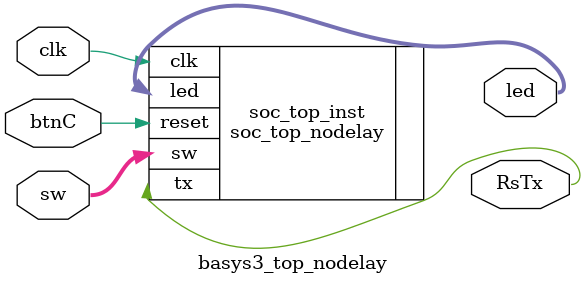
<source format=sv>
module basys3_top_nodelay (
	input logic clk, btnC,
	input logic [3:0] sw,
	output logic [3:0] led,
	output logic RsTx
);
	soc_top_nodelay soc_top_inst (
		.clk,
		.reset(btnC),
		.sw(sw),
		.led(led),
		.tx(RsTx)
	);
endmodule
</source>
